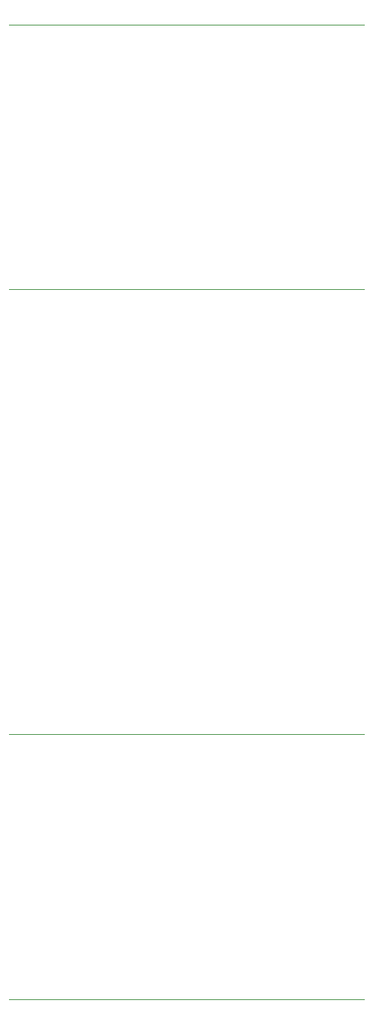
<source format=gbr>
G75*
G71*
%MOMM*%
%OFA0B0*%
%FSLAX53Y53*%
%IPPOS*%
%LPD*%
%ADD10C,0.00100*%
D10*
X0000000Y0019810D02*
X0040130Y0019810D01*
X0000000Y0049780D02*
X0040130Y0049780D01*
X0000000Y0100070D02*
X0040130Y0100070D01*
X0000000Y0130040D02*
X0040130Y0130040D01*
M02*

</source>
